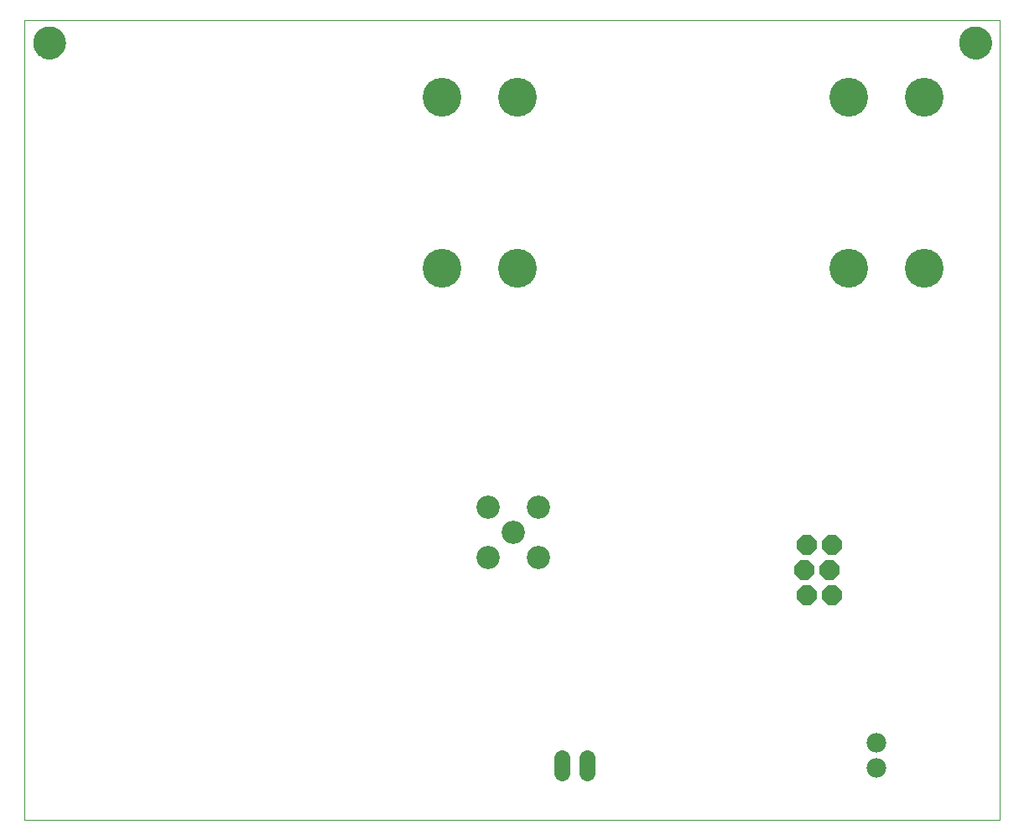
<source format=gbs>
G75*
%MOIN*%
%OFA0B0*%
%FSLAX24Y24*%
%IPPOS*%
%LPD*%
%AMOC8*
5,1,8,0,0,1.08239X$1,22.5*
%
%ADD10C,0.0000*%
%ADD11C,0.1300*%
%ADD12C,0.0926*%
%ADD13C,0.1540*%
%ADD14OC8,0.0780*%
%ADD15C,0.0780*%
%ADD16C,0.0640*%
D10*
X000574Y000251D02*
X000574Y032054D01*
X039341Y032054D01*
X039341Y000251D01*
X000574Y000251D01*
X000928Y031156D02*
X000930Y031206D01*
X000936Y031256D01*
X000946Y031305D01*
X000960Y031353D01*
X000977Y031400D01*
X000998Y031445D01*
X001023Y031489D01*
X001051Y031530D01*
X001083Y031569D01*
X001117Y031606D01*
X001154Y031640D01*
X001194Y031670D01*
X001236Y031697D01*
X001280Y031721D01*
X001326Y031742D01*
X001373Y031758D01*
X001421Y031771D01*
X001471Y031780D01*
X001520Y031785D01*
X001571Y031786D01*
X001621Y031783D01*
X001670Y031776D01*
X001719Y031765D01*
X001767Y031750D01*
X001813Y031732D01*
X001858Y031710D01*
X001901Y031684D01*
X001942Y031655D01*
X001981Y031623D01*
X002017Y031588D01*
X002049Y031550D01*
X002079Y031510D01*
X002106Y031467D01*
X002129Y031423D01*
X002148Y031377D01*
X002164Y031329D01*
X002176Y031280D01*
X002184Y031231D01*
X002188Y031181D01*
X002188Y031131D01*
X002184Y031081D01*
X002176Y031032D01*
X002164Y030983D01*
X002148Y030935D01*
X002129Y030889D01*
X002106Y030845D01*
X002079Y030802D01*
X002049Y030762D01*
X002017Y030724D01*
X001981Y030689D01*
X001942Y030657D01*
X001901Y030628D01*
X001858Y030602D01*
X001813Y030580D01*
X001767Y030562D01*
X001719Y030547D01*
X001670Y030536D01*
X001621Y030529D01*
X001571Y030526D01*
X001520Y030527D01*
X001471Y030532D01*
X001421Y030541D01*
X001373Y030554D01*
X001326Y030570D01*
X001280Y030591D01*
X001236Y030615D01*
X001194Y030642D01*
X001154Y030672D01*
X001117Y030706D01*
X001083Y030743D01*
X001051Y030782D01*
X001023Y030823D01*
X000998Y030867D01*
X000977Y030912D01*
X000960Y030959D01*
X000946Y031007D01*
X000936Y031056D01*
X000930Y031106D01*
X000928Y031156D01*
X037739Y031156D02*
X037741Y031206D01*
X037747Y031256D01*
X037757Y031305D01*
X037771Y031353D01*
X037788Y031400D01*
X037809Y031445D01*
X037834Y031489D01*
X037862Y031530D01*
X037894Y031569D01*
X037928Y031606D01*
X037965Y031640D01*
X038005Y031670D01*
X038047Y031697D01*
X038091Y031721D01*
X038137Y031742D01*
X038184Y031758D01*
X038232Y031771D01*
X038282Y031780D01*
X038331Y031785D01*
X038382Y031786D01*
X038432Y031783D01*
X038481Y031776D01*
X038530Y031765D01*
X038578Y031750D01*
X038624Y031732D01*
X038669Y031710D01*
X038712Y031684D01*
X038753Y031655D01*
X038792Y031623D01*
X038828Y031588D01*
X038860Y031550D01*
X038890Y031510D01*
X038917Y031467D01*
X038940Y031423D01*
X038959Y031377D01*
X038975Y031329D01*
X038987Y031280D01*
X038995Y031231D01*
X038999Y031181D01*
X038999Y031131D01*
X038995Y031081D01*
X038987Y031032D01*
X038975Y030983D01*
X038959Y030935D01*
X038940Y030889D01*
X038917Y030845D01*
X038890Y030802D01*
X038860Y030762D01*
X038828Y030724D01*
X038792Y030689D01*
X038753Y030657D01*
X038712Y030628D01*
X038669Y030602D01*
X038624Y030580D01*
X038578Y030562D01*
X038530Y030547D01*
X038481Y030536D01*
X038432Y030529D01*
X038382Y030526D01*
X038331Y030527D01*
X038282Y030532D01*
X038232Y030541D01*
X038184Y030554D01*
X038137Y030570D01*
X038091Y030591D01*
X038047Y030615D01*
X038005Y030642D01*
X037965Y030672D01*
X037928Y030706D01*
X037894Y030743D01*
X037862Y030782D01*
X037834Y030823D01*
X037809Y030867D01*
X037788Y030912D01*
X037771Y030959D01*
X037757Y031007D01*
X037747Y031056D01*
X037741Y031106D01*
X037739Y031156D01*
D11*
X038369Y031156D03*
X001558Y031156D03*
D12*
X018991Y012700D03*
X019991Y011700D03*
X020991Y012700D03*
X020991Y010700D03*
X018991Y010700D03*
D13*
X020160Y022200D03*
X017168Y022200D03*
X017168Y028991D03*
X020160Y028991D03*
X033349Y028991D03*
X036341Y028991D03*
X036341Y022200D03*
X033349Y022200D03*
D14*
X032676Y011176D03*
X031676Y011176D03*
X031576Y010176D03*
X032576Y010176D03*
X032676Y009176D03*
X031676Y009176D03*
D15*
X034432Y003318D03*
X034432Y002318D03*
D16*
X022924Y002116D02*
X022924Y002716D01*
X021924Y002716D02*
X021924Y002116D01*
M02*

</source>
